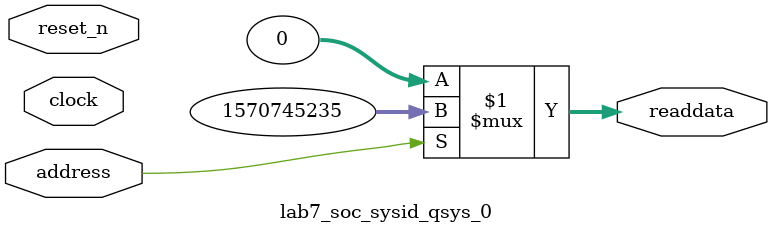
<source format=v>



// synthesis translate_off
`timescale 1ns / 1ps
// synthesis translate_on

// turn off superfluous verilog processor warnings 
// altera message_level Level1 
// altera message_off 10034 10035 10036 10037 10230 10240 10030 

module lab7_soc_sysid_qsys_0 (
               // inputs:
                address,
                clock,
                reset_n,

               // outputs:
                readdata
             )
;

  output  [ 31: 0] readdata;
  input            address;
  input            clock;
  input            reset_n;

  wire    [ 31: 0] readdata;
  //control_slave, which is an e_avalon_slave
  assign readdata = address ? 1570745235 : 0;

endmodule



</source>
